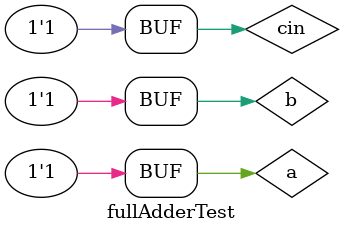
<source format=v>
module halfAdder(a,b,s,c);
input a,b;
output s,c;
xor(s,a,b);
and(c,a,b);
endmodule


module fullAdder(input a , b , cin , output s , Cout);
  wire S0 , C0 , c1;
  halfAdder hf1( a , b , S0 , C0);
  halfAdder hf2( S0 , cin , s , c1);
  or(Cout , C0 , c1);
endmodule

module fullAdderTest();
  reg a, b, cin;
  wire s, cout;
  fullAdder fa(a,b,cin,s,cout);
  
  initial begin
    #0 a = 1'b0; b = 1'b0; cin = 1'b0;
    #100 a = 1'b0; b = 1'b0; cin = 1'b1;
    #100 a = 1'b0; b = 1'b1; cin = 1'b0;
    #100 a = 1'b0; b = 1'b1; cin = 1'b1;
    #100 a = 1'b1; b = 1'b0; cin = 1'b0;
    #100 a = 1'b1; b = 1'b0; cin = 1'b1;
    #100 a = 1'b1; b = 1'b1; cin = 1'b0;
    #100 a = 1'b1; b = 1'b1; cin = 1'b1;   
  end
endmodule

</source>
